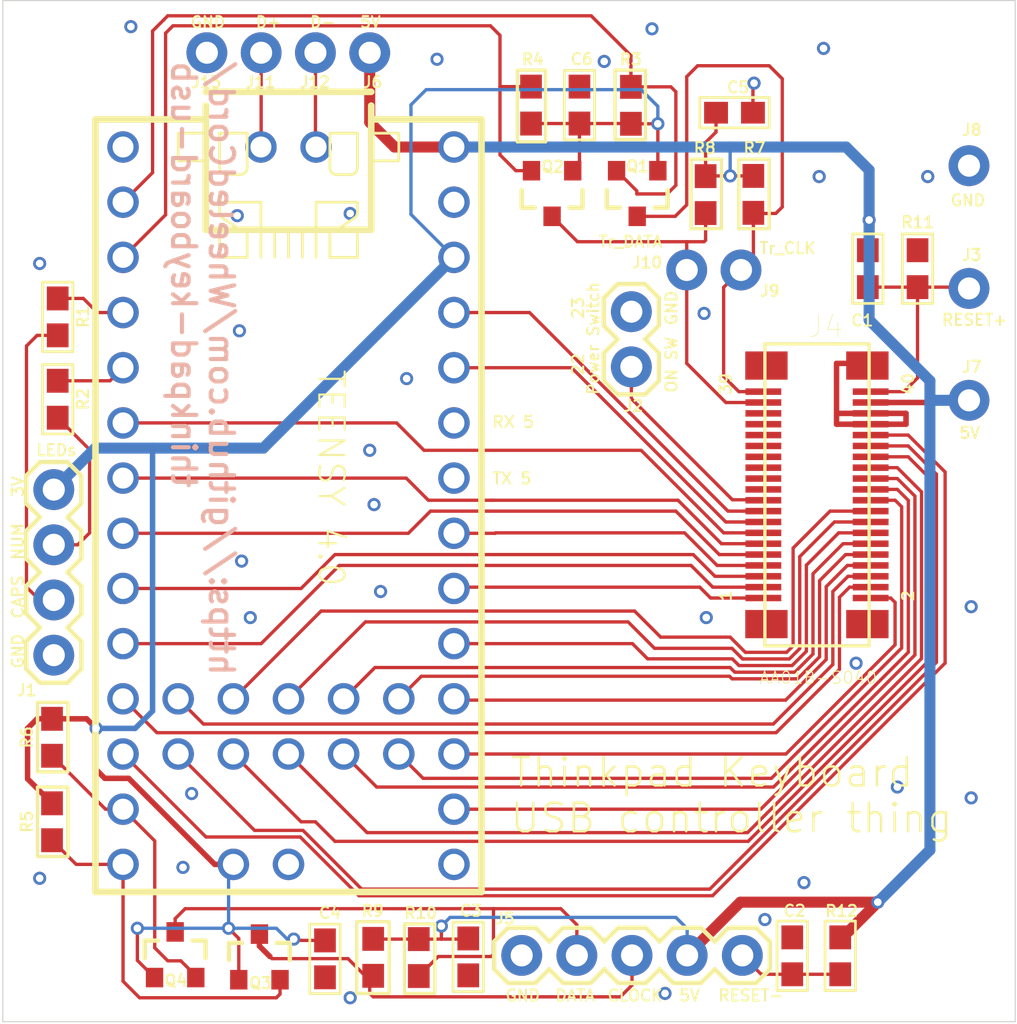
<source format=kicad_pcb>
(kicad_pcb (version 20241229) (generator "pcbnew") (generator_version "9.0")
  (layers (0 "F.Cu" signal) (2 "B.Cu" signal) (13 "F.Paste" user) (15 "B.Paste" user) (5 "F.SilkS" user "F.Silkscreen") (7 "B.SilkS" user "B.Silkscreen") (1 "F.Mask" user) (3 "B.Mask" user) (25 "Edge.Cuts" user))
  (net 0 "")
  (net 1 "TP_CLK")
  (net 2 "TP_DATA")
  (net 3 "5V")
  (net 4 "3V")
  (net 5 "GND")
  (net 6 "PAD_CLOCK")
  (net 7 "PAD_DATA")
  (net 8 "12")
  (net 9 "11")
  (net 10 "1")
  (net 11 "0")
  (net 12 "D-")
  (net 13 "D+")
  (net 14 "6")
  (net 15 "14")
  (net 16 "RESET-")
  (net 17 "RESET+")
  (net 18 "NUM_LOCK")
  (net 19 "CAPS_LOCK")
  (net 20 "ON")
  (net 21 "2")
  (net 22 "3")
  (net 23 "4")
  (net 24 "5")
  (net 25 "7")
  (net 26 "8")
  (net 27 "9")
  (net 28 "10")
  (net 29 "13")
  (net 30 "15")
  (net 31 "16")
  (net 32 "17")
  (net 33 "18")
  (net 34 "19")
  (net 35 "20")
  (net 36 "21")
  (net 37 "22")
  (net 38 "23")
  (net 39 "24")
  (net 40 "25")
  (net 41 "26")
  (net 42 "27")
  (net 43 "28")
  (net 44 "29")
  (net 45 "30")
  (net 46 "31")
  (net 47 "32")
  (net 48 "33")
  (footprint "T61:1X01_NO_SILK_513" (layer "F.Cu") (at 159.1861 93.9036)
    (property "Reference" "J9")
    (property "Value" "TP_CLK")
  )
  (footprint "T61:SOT23-3_514" (layer "F.Cu") (at 133.1261 125.4736)
    (property "Reference" "Q4")
    (property "Value" "220mA/50V/3.5Ω")
  )
  (footprint "T61:dummyfp2" (layer "F.Cu") (at 169.1861 84.5036)
    (property "Reference" "UNK_HOLE_2" (hide yes))
    (property "Value" "")
  )
  (footprint "T61:SOT23-3_514" (layer "F.Cu") (at 150.4861 90.3336 180)
    (property "Reference" "Q2")
    (property "Value" "220mA/50V/3.5Ω")
  )
  (footprint "T61:1X01_NO_SILK_513" (layer "F.Cu") (at 169.6861 94.7536)
    (property "Reference" "J3")
    (property "Value" "RESET+")
  )
  (footprint "T61:1X01_NO_SILK_513" (layer "F.Cu") (at 134.5861 83.9036)
    (property "Reference" "J13")
    (property "Value" "GND")
  )
  (footprint "T61:0603_532" (layer "F.Cu") (at 154.1161 86.3236 -90)
    (property "Reference" "R3")
    (property "Value" "4.7k")
  )
  (footprint "T61:0603_RESISTOR" (layer "F.Cu") (at 163.7561 125.4736 90)
    (property "Reference" "R12")
    (property "Value" "17K")
  )
  (footprint "T61:dummyfp1" (layer "F.Cu") (at 169.1861 125.5036)
    (property "Reference" "UNK_HOLE_1" (hide yes))
    (property "Value" "")
  )
  (footprint "T61:0603_532" (layer "F.Cu") (at 159.7561 90.4236 90)
    (property "Reference" "R7")
    (property "Value" "4.7k")
  )
  (footprint "T61:1X01_NO_SILK_513" (layer "F.Cu") (at 137.0861 83.9036)
    (property "Reference" "J11")
    (property "Value" "D+")
  )
  (footprint "T61:WM6787_AA01B" (layer "F.Cu") (at 162.7861 104.3036 90)
    (property "Reference" "J4")
    (property "Value" "AA01B-S040")
  )
  (footprint "T61:0603_532" (layer "F.Cu") (at 157.5561 90.4336 90)
    (property "Reference" "R8")
    (property "Value" "4.7k")
  )
  (footprint "T61:0603_CAP" (layer "F.Cu") (at 140.0261 125.6136 -90)
    (property "Reference" "C4" (hide yes))
    (property "Value" "0.1uf" (hide yes))
  )
  (footprint "T61:dummyfp3" (layer "F.Cu") (at 128.1861 84.5036)
    (property "Reference" "UNK_HOLE_3" (hide yes))
    (property "Value" "")
  )
  (footprint "T61:0603" (layer "F.Cu") (at 127.7161 96.0636 -90)
    (property "Reference" "R1")
    (property "Value" "715")
  )
  (footprint "T61:1X01_NO_SILK_513" (layer "F.Cu") (at 156.6861 93.9036)
    (property "Reference" "J10")
    (property "Value" "TP_DATA")
  )
  (footprint "T61:1X05_513" (layer "F.Cu") (at 149.0861 125.4536)
    (property "Reference" "J5")
    (property "Value" "Touchpad_Signals" (hide yes))
  )
  (footprint "T61:1X02_513" (layer "F.Cu") (at 154.1361 95.8236 -90)
    (property "Reference" "J2")
    (property "Value" "Power Switch")
  )
  (footprint "T61:0603_CAP" (layer "F.Cu") (at 161.5461 125.4736 90)
    (property "Reference" "C2" (hide yes))
    (property "Value" "2.2UF" (hide yes))
  )
  (footprint "T61:1X01_NO_SILK_513" (layer "F.Cu") (at 169.6861 89.1036)
    (property "Reference" "J8")
    (property "Value" "GND")
  )
  (footprint "T61:1X01_NO_SILK_513" (layer "F.Cu") (at 169.6861 99.9036)
    (property "Reference" "J7")
    (property "Value" "5V")
  )
  (footprint "T61:0603_CAP" (layer "F.Cu") (at 151.7461 86.3136 90)
    (property "Reference" "C6" (hide yes))
    (property "Value" "0.1uf" (hide yes))
  )
  (footprint "T61:0603_RESISTOR" (layer "F.Cu") (at 167.3161 93.8436 -90)
    (property "Reference" "R11")
    (property "Value" "100K")
  )
  (footprint "T61:dummyfp0" (layer "F.Cu") (at 128.1861 125.5036)
    (property "Reference" "UNK_HOLE_0" (hide yes))
    (property "Value" "")
  )
  (footprint "T61:TEENSY4P0" (layer "F.Cu") (at 138.3461 103.4836 -90)
    (property "Reference" "U1" (hide yes))
    (property "Value" "TEENSY4P0" (hide yes))
  )
  (footprint "T61:1X04_513" (layer "F.Cu") (at 127.5361 111.6336 90)
    (property "Reference" "J1")
    (property "Value" "LEDs")
  )
  (footprint "T61:0603_532" (layer "F.Cu") (at 127.4561 119.3036 90)
    (property "Reference" "R5")
    (property "Value" "4.7k")
  )
  (footprint "T61:0603_CAP" (layer "F.Cu") (at 165.0261 93.8436 -90)
    (property "Reference" "C1" (hide yes))
    (property "Value" "2.2UF" (hide yes))
  )
  (footprint "T61:0603_532" (layer "F.Cu") (at 149.5161 86.3136 -90)
    (property "Reference" "R4")
    (property "Value" "4.7k")
  )
  (footprint "T61:SOT23-3_514" (layer "F.Cu") (at 154.4061 90.3336 180)
    (property "Reference" "Q1")
    (property "Value" "220mA/50V/3.5Ω")
  )
  (footprint "T61:0603_CAP" (layer "F.Cu") (at 146.6261 125.5236 -90)
    (property "Reference" "C3" (hide yes))
    (property "Value" "0.1uf" (hide yes))
  )
  (footprint "T61:0603_532" (layer "F.Cu") (at 144.3461 125.5536 90)
    (property "Reference" "R10")
    (property "Value" "4.7k")
  )
  (footprint "T61:0603_532" (layer "F.Cu") (at 127.4561 115.4136 90)
    (property "Reference" "R6")
    (property "Value" "4.7k")
  )
  (footprint "T61:SOT23-3_514" (layer "F.Cu") (at 137.0061 125.5736)
    (property "Reference" "Q3")
    (property "Value" "220mA/50V/3.5Ω")
  )
  (footprint "T61:1X01_NO_SILK_513" (layer "F.Cu") (at 139.5861 83.9036)
    (property "Reference" "J12")
    (property "Value" "D-")
  )
  (footprint "T61:0603" (layer "F.Cu") (at 127.7161 99.8536 -90)
    (property "Reference" "R2")
    (property "Value" "715")
  )
  (footprint "T61:0603_CAP" (layer "F.Cu") (at 158.8861 86.6636)
    (property "Reference" "C5" (hide yes))
    (property "Value" "0.1uf" (hide yes))
  )
  (footprint "T61:1X01_NO_SILK_513" (layer "F.Cu") (at 142.0861 83.9036)
    (property "Reference" "J6")
    (property "Value" "5V")
  )
  (footprint "T61:0603_532" (layer "F.Cu") (at 142.2461 125.5436 90)
    (property "Reference" "R9")
    (property "Value" "4.7k")
  )
  (gr_line (start 148.8861 88.0036) (end 150.1861 88.0036) (stroke (width 0.1524)) (layer "F.SilkS"))
  (gr_line (start 150.1861 84.7036) (end 148.8861 84.7036) (stroke (width 0.1524)) (layer "F.SilkS"))
  (gr_line (start 160.2861 97.3036) (end 165.0861 97.3036) (stroke (width 0.1524)) (layer "F.SilkS"))
  (gr_line (start 156.8861 88.8036) (end 158.2861 88.8036) (stroke (width 0.1524)) (layer "F.SilkS"))
  (gr_line (start 128.1861 117.0036) (end 126.7861 117.0036) (stroke (width 0.1524)) (layer "F.SilkS"))
  (gr_line (start 159.0861 92.0036) (end 159.0861 88.8036) (stroke (width 0.1524)) (layer "F.SilkS"))
  (gr_line (start 126.7861 117.7036) (end 128.1861 117.7036) (stroke (width 0.1524)) (layer "F.SilkS"))
  (gr_line (start 158.2861 92.0036) (end 156.8861 92.0036) (stroke (width 0.1524)) (layer "F.SilkS"))
  (gr_line (start 160.2861 111.2036) (end 160.2861 97.3036) (stroke (width 0.1524)) (layer "F.SilkS"))
  (gr_line (start 160.4861 88.8036) (end 160.4861 92.0036) (stroke (width 0.1524)) (layer "F.SilkS"))
  (gr_line (start 145.0861 124.0036) (end 145.0861 127.2036) (stroke (width 0.1524)) (layer "F.SilkS"))
  (gr_line (start 156.8861 92.0036) (end 156.8861 88.8036) (stroke (width 0.1524)) (layer "F.SilkS"))
  (gr_line (start 141.4861 123.9036) (end 142.9861 123.9036) (stroke (width 0.1524)) (layer "F.SilkS"))
  (gr_line (start 160.4861 92.0036) (end 159.0861 92.0036) (stroke (width 0.1524)) (layer "F.SilkS"))
  (gr_line (start 126.7861 120.9036) (end 126.7861 117.7036) (stroke (width 0.1524)) (layer "F.SilkS"))
  (gr_line (start 128.1861 120.9036) (end 126.7861 120.9036) (stroke (width 0.1524)) (layer "F.SilkS"))
  (gr_line (start 143.6861 124.0036) (end 145.0861 124.0036) (stroke (width 0.1524)) (layer "F.SilkS"))
  (gr_line (start 150.1861 88.0036) (end 150.1861 84.7036) (stroke (width 0.1524)) (layer "F.SilkS"))
  (gr_line (start 154.7861 84.7036) (end 154.7861 87.9036) (stroke (width 0.1524)) (layer "F.SilkS"))
  (gr_line (start 158.2861 88.8036) (end 158.2861 92.0036) (stroke (width 0.1524)) (layer "F.SilkS"))
  (gr_line (start 148.8861 84.7036) (end 148.8861 88.0036) (stroke (width 0.1524)) (layer "F.SilkS"))
  (gr_line (start 126.7861 117.0036) (end 126.7861 113.8036) (stroke (width 0.1524)) (layer "F.SilkS"))
  (gr_line (start 128.1861 113.8036) (end 128.1861 117.0036) (stroke (width 0.1524)) (layer "F.SilkS"))
  (gr_line (start 128.1861 117.7036) (end 128.1861 120.9036) (stroke (width 0.1524)) (layer "F.SilkS"))
  (gr_line (start 143.6861 127.2036) (end 143.6861 124.0036) (stroke (width 0.1524)) (layer "F.SilkS"))
  (gr_line (start 159.0861 88.8036) (end 160.4861 88.8036) (stroke (width 0.1524)) (layer "F.SilkS"))
  (gr_line (start 154.7861 87.9036) (end 153.3861 87.9036) (stroke (width 0.1524)) (layer "F.SilkS"))
  (gr_line (start 153.3861 84.7036) (end 154.7861 84.7036) (stroke (width 0.1524)) (layer "F.SilkS"))
  (gr_line (start 126.7861 113.8036) (end 128.1861 113.8036) (stroke (width 0.1524)) (layer "F.SilkS"))
  (gr_line (start 165.0861 111.2036) (end 160.2861 111.2036) (stroke (width 0.1524)) (layer "F.SilkS"))
  (gr_line (start 142.9861 123.9036) (end 142.9861 127.2036) (stroke (width 0.1524)) (layer "F.SilkS"))
  (gr_line (start 165.0861 97.3036) (end 165.0861 111.2036) (stroke (width 0.1524)) (layer "F.SilkS"))
  (gr_line (start 153.3861 87.9036) (end 153.3861 84.7036) (stroke (width 0.1524)) (layer "F.SilkS"))
  (gr_line (start 142.9861 127.2036) (end 141.4861 127.2036) (stroke (width 0.1524)) (layer "F.SilkS"))
  (gr_line (start 145.0861 127.2036) (end 143.6861 127.2036) (stroke (width 0.1524)) (layer "F.SilkS"))
  (gr_line (start 141.4861 127.2036) (end 141.4861 123.9036) (stroke (width 0.1524)) (layer "F.SilkS"))
  (gr_line (start 171.8161 81.5036) (end 125.1861 81.5036) (stroke (width 0.05)) (layer "Edge.Cuts"))
  (gr_line (start 125.1861 81.5036) (end 125.1861 128.5036) (stroke (width 0.05)) (layer "Edge.Cuts"))
  (gr_line (start 171.8161 128.5036) (end 171.8161 81.5036) (stroke (width 0.05)) (layer "Edge.Cuts"))
  (gr_line (start 125.1861 128.5036) (end 171.8161 128.5036) (stroke (width 0.05)) (layer "Edge.Cuts"))
  (gr_text "D-" (at 139.2861 82.8036 0) (layer "F.SilkS") (effects (font (size 0.51816 0.51816) (thickness 0.09144)) (justify left bottom)))
  (gr_text "23" (at 151.9861 96.2036 90) (layer "F.SilkS") (effects (font (size 0.51816 0.51816) (thickness 0.09144)) (justify left bottom)))
  (gr_text "C6" (at 151.2861 84.5036 0) (layer "F.SilkS") (effects (font (size 0.51816 0.51816) (thickness 0.09144)) (justify left bottom)))
  (gr_text "Power Switch" (at 152.6861 99.7036 90) (layer "F.SilkS") (effects (font (size 0.51816 0.51816) (thickness 0.09144)) (justify left bottom)))
  (gr_text "GND" (at 168.7861 91.0036 0) (layer "F.SilkS") (effects (font (size 0.51816 0.51816) (thickness 0.09144)) (justify left bottom)))
  (gr_text "5V" (at 169.1861 101.7036 0) (layer "F.SilkS") (effects (font (size 0.51816 0.51816) (thickness 0.09144)) (justify left bottom)))
  (gr_text "RX 5" (at 147.6861 101.2036 0) (layer "F.SilkS") (effects (font (size 0.51816 0.51816) (thickness 0.09144)) (justify left bottom)))
  (gr_text "GND" (at 148.2861 127.6036 0) (layer "F.SilkS") (effects (font (size 0.51816 0.51816) (thickness 0.09144)) (justify left bottom)))
  (gr_text "C5" (at 158.4861 85.8036 0) (layer "F.SilkS") (effects (font (size 0.51816 0.51816) (thickness 0.09144)) (justify left bottom)))
  (gr_text "GND" (at 156.2861 96.5036 90) (layer "F.SilkS") (effects (font (size 0.51816 0.51816) (thickness 0.09144)) (justify left bottom)))
  (gr_text "5V" (at 156.2861 127.6036 0) (layer "F.SilkS") (effects (font (size 0.51816 0.51816) (thickness 0.09144)) (justify left bottom)))
  (gr_text "22" (at 151.9861 98.8036 90) (layer "F.SilkS") (effects (font (size 0.51816 0.51816) (thickness 0.09144)) (justify left bottom)))
  (gr_text "GND" (at 126.1861 112.3036 90) (layer "F.SilkS") (effects (font (size 0.51816 0.51816) (thickness 0.09144)) (justify left bottom)))
  (gr_text "Tr_DATA" (at 152.5861 92.9036 0) (layer "F.SilkS") (effects (font (size 0.51816 0.51816) (thickness 0.09144)) (justify left bottom)))
  (gr_text "TX 5" (at 147.6861 103.8036 0) (layer "F.SilkS") (effects (font (size 0.51816 0.51816) (thickness 0.09144)) (justify left bottom)))
  (gr_text "NUM" (at 126.1861 107.3036 90) (layer "F.SilkS") (effects (font (size 0.51816 0.51816) (thickness 0.09144)) (justify left bottom)))
  (gr_text "C1" (at 164.203766 96.530802 0) (layer "F.SilkS") (effects (font (size 0.51816 0.51816) (thickness 0.09144)) (justify left bottom)))
  (gr_text "LEDs" (at 126.6861 102.5036 0) (layer "F.SilkS") (effects (font (size 0.51816 0.51816) (thickness 0.09144)) (justify left bottom)))
  (gr_text "D+" (at 136.7861 82.8036 0) (layer "F.SilkS") (effects (font (size 0.51816 0.51816) (thickness 0.09144)) (justify left bottom)))
  (gr_text "AA01B-S040" (at 160 113 0) (layer "F.SilkS") (effects (font (size 0.560832 0.560832) (thickness 0.048768)) (justify left bottom)))
  (gr_text "Thinkpad Keyboard\nUSB controller thing" (at 148.4861 119.9036 0) (layer "F.SilkS") (effects (font (size 1.308608 1.308608) (thickness 0.113792)) (justify left bottom)))
  (gr_text "Tr_CLK" (at 159.9861 93.2036 0) (layer "F.SilkS") (effects (font (size 0.51816 0.51816) (thickness 0.09144)) (justify left bottom)))
  (gr_text "3V" (at 126.1861 104.4036 90) (layer "F.SilkS") (effects (font (size 0.51816 0.51816) (thickness 0.09144)) (justify left bottom)))
  (gr_text "CLOCK" (at 152.9861 127.6036 0) (layer "F.SilkS") (effects (font (size 0.51816 0.51816) (thickness 0.09144)) (justify left bottom)))
  (gr_text "CAPS" (at 126.1861 110.0036 90) (layer "F.SilkS") (effects (font (size 0.51816 0.51816) (thickness 0.09144)) (justify left bottom)))
  (gr_text "C3" (at 146.1861 123.7036 0) (layer "F.SilkS") (effects (font (size 0.51816 0.51816) (thickness 0.09144)) (justify left bottom)))
  (gr_text "C2" (at 161.0861 123.7036 0) (layer "F.SilkS") (effects (font (size 0.51816 0.51816) (thickness 0.09144)) (justify left bottom)))
  (gr_text "RESET-" (at 158.0861 127.6036 0) (layer "F.SilkS") (effects (font (size 0.51816 0.51816) (thickness 0.09144)) (justify left bottom)))
  (gr_text "DATA" (at 150.5861 127.6036 0) (layer "F.SilkS") (effects (font (size 0.51816 0.51816) (thickness 0.09144)) (justify left bottom)))
  (gr_text "RESET+" (at 168.3861 96.5036 0) (layer "F.SilkS") (effects (font (size 0.51816 0.51816) (thickness 0.09144)) (justify left bottom)))
  (gr_text "5V" (at 141.5861 82.8036 0) (layer "F.SilkS") (effects (font (size 0.51816 0.51816) (thickness 0.09144)) (justify left bottom)))
  (gr_text "C4" (at 139.6861 123.8036 0) (layer "F.SilkS") (effects (font (size 0.51816 0.51816) (thickness 0.09144)) (justify left bottom)))
  (gr_text "ON SW" (at 156.2861 99.6036 90) (layer "F.SilkS") (effects (font (size 0.51816 0.51816) (thickness 0.09144)) (justify left bottom)))
  (gr_text "GND" (at 133.7861 82.8036 0) (layer "F.SilkS") (effects (font (size 0.51816 0.51816) (thickness 0.09144)) (justify left bottom)))
  (gr_text "https://github.com/WheeledCord/\nthinkpad-keyboard-usb" (at 135.8861 84.2036 270) (layer "B.SilkS") (effects (font (size 1.0795 1.0795) (thickness 0.1905)) (justify right top mirror)))
  (segment (start 159.1861 93.9036) (end 158.3861 94.7036) (width 0.1524) (layer "F.Cu") (net 1))
  (segment (start 156.6861 90.9036) (end 156.6861 85.0036) (width 0.1524) (layer "F.Cu") (net 1))
  (segment (start 158.3861 94.7036) (end 158.3861 98.8036) (width 0.1524) (layer "F.Cu") (net 1))
  (segment (start 161.0861 91.0036) (end 161.0861 85.1036) (width 0.1524) (layer "F.Cu") (net 1))
  (segment (start 159.7561 91.2736) (end 159.7561 93.3336) (width 0.1524) (layer "F.Cu") (net 1))
  (segment (start 161.0861 85.1036) (end 160.4861 84.5036) (width 0.1524) (layer "F.Cu") (net 1))
  (segment (start 156.6861 85.0036) (end 157.1861 84.5036) (width 0.1524) (layer "F.Cu") (net 1))
  (segment (start 161.0861 91.0036) (end 160.7861 91.3036) (width 0.1524) (layer "F.Cu") (net 1))
  (segment (start 156.1561 91.4336) (end 156.6861 90.9036) (width 0.1524) (layer "F.Cu") (net 1))
  (segment (start 154.4061 91.4336) (end 156.1561 91.4336) (width 0.1524) (layer "F.Cu") (net 1))
  (segment (start 160.2161 99.5036) (end 159.0861 99.5036) (width 0.1524) (layer "F.Cu") (net 1))
  (segment (start 160.7861 91.3036) (end 159.7861 91.3036) (width 0.1524) (layer "F.Cu") (net 1))
  (segment (start 158.3861 98.8036) (end 159.0861 99.5036) (width 0.1524) (layer "F.Cu") (net 1))
  (segment (start 157.1861 84.5036) (end 160.4861 84.5036) (width 0.1524) (layer "F.Cu") (net 1))
  (segment (start 159.7861 91.3036) (end 159.7561 91.2736) (width 0.1524) (layer "F.Cu") (net 1))
  (segment (start 159.7561 93.3336) (end 159.1861 93.9036) (width 0.1524) (layer "F.Cu") (net 1))
  (segment (start 158.4861 100.0036) (end 160.2161 100.0036) (width 0.1524) (layer "F.Cu") (net 2))
  (segment (start 151.6561 92.6036) (end 156.6861 92.6036) (width 0.1524) (layer "F.Cu") (net 2))
  (segment (start 157.5561 92.5336) (end 157.5561 91.2836) (width 0.1524) (layer "F.Cu") (net 2))
  (segment (start 157.4861 92.6036) (end 157.5561 92.5336) (width 0.1524) (layer "F.Cu") (net 2))
  (segment (start 156.6861 93.9036) (end 156.6861 98.2036) (width 0.1524) (layer "F.Cu") (net 2))
  (segment (start 156.6861 93.9036) (end 156.6861 92.6036) (width 0.1524) (layer "F.Cu") (net 2))
  (segment (start 150.4861 91.4336) (end 151.6561 92.6036) (width 0.1524) (layer "F.Cu") (net 2))
  (segment (start 156.6861 98.2036) (end 158.4861 100.0036) (width 0.1524) (layer "F.Cu") (net 2))
  (segment (start 156.6861 92.6036) (end 157.4861 92.6036) (width 0.1524) (layer "F.Cu") (net 2))
  (segment (start 145.3861 124.7036) (end 144.3461 124.7036) (width 0.1524) (layer "F.Cu") (net 3))
  (segment (start 169.5861 100.0036) (end 169.6861 99.9036) (width 0.254) (layer "F.Cu") (net 3))
  (segment (start 144.3461 124.7036) (end 142.2561 124.7036) (width 0.1524) (layer "F.Cu") (net 3))
  (segment (start 158.6861 89.5736) (end 157.5661 89.5736) (width 0.1524) (layer "F.Cu") (net 3))
  (segment (start 146.6261 124.6736) (end 146.5961 124.7036) (width 0.1524) (layer "F.Cu") (net 3))
  (segment (start 159.7561 89.5736) (end 158.6861 89.5736) (width 0.1524) (layer "F.Cu") (net 3))
  (segment (start 145.9661 88.2436) (end 143.2261 88.2436) (width 0.508) (layer "F.Cu") (net 3))
  (segment (start 142.2561 124.7036) (end 142.2461 124.6936) (width 0.1524) (layer "F.Cu") (net 3))
  (segment (start 157.5561 89.5836) (end 157.5561 88.0336) (width 0.1524) (layer "F.Cu") (net 3))
  (segment (start 159.1561 123.0036) (end 156.7061 125.4536) (width 0.508) (layer "F.Cu") (net 3))
  (segment (start 165.4861 123.0036) (end 159.1561 123.0036) (width 0.508) (layer "F.Cu") (net 3))
  (segment (start 157.5561 88.0336) (end 158.0361 87.5536) (width 0.1524) (layer "F.Cu") (net 3))
  (segment (start 157.5661 89.5736) (end 157.5561 89.5836) (width 0.1524) (layer "F.Cu") (net 3))
  (segment (start 165.4861 123.0036) (end 163.8661 124.6236) (width 0.508) (layer "F.Cu") (net 3))
  (segment (start 163.7861 124.6236) (end 163.7561 124.6236) (width 0.1524) (layer "F.Cu") (net 3))
  (segment (start 165.0861 91.6036) (end 165.0861 92.9336) (width 0.508) (layer "F.Cu") (net 3))
  (segment (start 145.3861 124.7036) (end 145.3861 124.1036) (width 0.1524) (layer "F.Cu") (net 3))
  (segment (start 142.0861 87.1036) (end 142.0861 83.9036) (width 0.508) (layer "F.Cu") (net 3))
  (segment (start 158.0361 87.5536) (end 158.0361 86.6636) (width 0.1524) (layer "F.Cu") (net 3))
  (segment (start 143.2261 88.2436) (end 142.0861 87.1036) (width 0.508) (layer "F.Cu") (net 3))
  (segment (start 165.1561 100.0036) (end 169.5861 100.0036) (width 0.254) (layer "F.Cu") (net 3))
  (segment (start 163.8661 124.6236) (end 163.7861 124.6236) (width 0.254) (layer "F.Cu") (net 3))
  (segment (start 165.0861 92.9336) (end 165.0261 92.9936) (width 0.254) (layer "F.Cu") (net 3))
  (segment (start 146.5961 124.7036) (end 145.3861 124.7036) (width 0.1524) (layer "F.Cu") (net 3))
  (via (at 165.4861 123.0036) (size 0.604) (drill 0.35) (layers "F.Cu" "B.Cu") (net 3))
  (via (at 165.0861 91.6036) (size 0.604) (drill 0.35) (layers "F.Cu" "B.Cu") (net 3))
  (via (at 158.6861 89.5736) (size 0.604) (drill 0.35) (layers "F.Cu" "B.Cu") (net 3))
  (via (at 145.3861 124.1036) (size 0.604) (drill 0.35) (layers "F.Cu" "B.Cu") (net 3))
  (segment (start 145.9661 88.2436) (end 158.6861 88.2436) (width 0.508) (layer "B.Cu") (net 3))
  (segment (start 167.8861 100.0036) (end 167.8861 99.0036) (width 0.508) (layer "B.Cu") (net 3))
  (segment (start 167.9861 99.9036) (end 167.8861 100.0036) (width 0.508) (layer "B.Cu") (net 3))
  (segment (start 158.6861 88.2436) (end 164.0261 88.2436) (width 0.508) (layer "B.Cu") (net 3))
  (segment (start 156.7061 124.2236) (end 156.7061 125.4536) (width 0.1524) (layer "B.Cu") (net 3))
  (segment (start 156.1861 123.7036) (end 156.7061 124.2236) (width 0.1524) (layer "B.Cu") (net 3))
  (segment (start 165.0861 89.3036) (end 164.0261 88.2436) (width 0.508) (layer "B.Cu") (net 3))
  (segment (start 165.0861 96.2036) (end 165.0861 91.6036) (width 0.508) (layer "B.Cu") (net 3))
  (segment (start 167.8861 100.0036) (end 167.8861 120.6036) (width 0.508) (layer "B.Cu") (net 3))
  (segment (start 167.8861 120.6036) (end 165.4861 123.0036) (width 0.508) (layer "B.Cu") (net 3))
  (segment (start 145.7861 123.7036) (end 156.1861 123.7036) (width 0.1524) (layer "B.Cu") (net 3))
  (segment (start 169.6861 99.9036) (end 167.9861 99.9036) (width 0.508) (layer "B.Cu") (net 3))
  (segment (start 158.6861 89.5736) (end 158.6861 88.2436) (width 0.1524) (layer "B.Cu") (net 3))
  (segment (start 145.3861 124.1036) (end 145.7861 123.7036) (width 0.1524) (layer "B.Cu") (net 3))
  (segment (start 167.8861 99.0036) (end 165.0861 96.2036) (width 0.508) (layer "B.Cu") (net 3))
  (segment (start 165.0861 91.6036) (end 165.0861 89.3036) (width 0.508) (layer "B.Cu") (net 3))
  (segment (start 135.8061 121.2636) (end 134.9461 121.2636) (width 0.254) (layer "F.Cu") (net 4))
  (segment (start 127.4561 118.4536) (end 126.3291 117.3266) (width 0.254) (layer "F.Cu") (net 4))
  (segment (start 140.0261 124.7636) (end 139.3861 124.7636) (width 0.1524) (layer "F.Cu") (net 4))
  (segment (start 129.8861 117.3036) (end 129.4361 116.8536) (width 0.254) (layer "F.Cu") (net 4))
  (segment (start 151.7461 89.0236) (end 151.7461 87.1636) (width 0.1524) (layer "F.Cu") (net 4))
  (segment (start 154.1161 87.1736) (end 155.3561 87.1736) (width 0.1524) (layer "F.Cu") (net 4))
  (segment (start 151.4361 89.3336) (end 151.7461 89.0236) (width 0.1524) (layer "F.Cu") (net 4))
  (segment (start 151.7461 87.1636) (end 154.1061 87.1636) (width 0.1524) (layer "F.Cu") (net 4))
  (segment (start 134.9461 121.2636) (end 130.9861 117.3036) (width 0.254) (layer "F.Cu") (net 4))
  (segment (start 138.6461 124.7636) (end 138.5861 124.7036) (width 0.1524) (layer "F.Cu") (net 4))
  (segment (start 155.3561 89.3336) (end 155.3561 87.1736) (width 0.1524) (layer "F.Cu") (net 4))
  (segment (start 139.3861 124.7636) (end 139.3261 124.7636) (width 0.1524) (layer "F.Cu") (net 4))
  (segment (start 129.0461 114.5636) (end 129.4361 114.9536) (width 0.254) (layer "F.Cu") (net 4))
  (segment (start 127.4561 114.5636) (end 129.0461 114.5636) (width 0.254) (layer "F.Cu") (net 4))
  (segment (start 129.4361 116.8536) (end 129.4361 114.9536) (width 0.254) (layer "F.Cu") (net 4))
  (segment (start 131.3861 125.6836) (end 131.3861 124.2036) (width 0.1524) (layer "F.Cu") (net 4))
  (segment (start 126.7691 114.5636) (end 127.4561 114.5636) (width 0.254) (layer "F.Cu") (net 4))
  (segment (start 126.3291 115.0036) (end 126.7691 114.5636) (width 0.254) (layer "F.Cu") (net 4))
  (segment (start 130.9861 117.3036) (end 129.8861 117.3036) (width 0.254) (layer "F.Cu") (net 4))
  (segment (start 149.5161 87.1636) (end 151.7461 87.1636) (width 0.1524) (layer "F.Cu") (net 4))
  (segment (start 132.1761 126.4736) (end 131.3861 125.6836) (width 0.1524) (layer "F.Cu") (net 4))
  (segment (start 136.0561 126.5736) (end 136.0561 124.6736) (width 0.1524) (layer "F.Cu") (net 4))
  (segment (start 126.3291 117.3266) (end 126.3291 115.0036) (width 0.254) (layer "F.Cu") (net 4))
  (segment (start 129.4361 114.9536) (end 129.4861 115.0036) (width 0.254) (layer "F.Cu") (net 4))
  (segment (start 154.1061 87.1636) (end 154.1161 87.1736) (width 0.1524) (layer "F.Cu") (net 4))
  (segment (start 139.3261 124.7636) (end 138.6461 124.7636) (width 0.1524) (layer "F.Cu") (net 4))
  (segment (start 136.0561 124.6736) (end 135.5861 124.2036) (width 0.1524) (layer "F.Cu") (net 4))
  (via (at 135.5861 124.2036) (size 0.604) (drill 0.35) (layers "F.Cu" "B.Cu") (net 4))
  (via (at 129.4861 115.0036) (size 0.604) (drill 0.35) (layers "F.Cu" "B.Cu") (net 4))
  (via (at 138.5861 124.7036) (size 0.604) (drill 0.35) (layers "F.Cu" "B.Cu") (net 4))
  (via (at 131.3861 124.2036) (size 0.604) (drill 0.35) (layers "F.Cu" "B.Cu") (net 4))
  (via (at 155.3561 87.1736) (size 0.604) (drill 0.35) (layers "F.Cu" "B.Cu") (net 4))
  (segment (start 129.4861 115.0036) (end 131.2861 115.0036) (width 0.254) (layer "B.Cu") (net 4))
  (segment (start 154.5861 85.6036) (end 144.6861 85.6036) (width 0.1524) (layer "B.Cu") (net 4))
  (segment (start 131.3861 124.2036) (end 135.5861 124.2036) (width 0.1524) (layer "B.Cu") (net 4))
  (segment (start 143.9861 91.3436) (end 145.9661 93.3236) (width 0.1524) (layer "B.Cu") (net 4))
  (segment (start 143.9861 86.3036) (end 143.9861 91.3436) (width 0.1524) (layer "B.Cu") (net 4))
  (segment (start 137.7861 124.2036) (end 135.5861 124.2036) (width 0.1524) (layer "B.Cu") (net 4))
  (segment (start 135.5861 124.2036) (end 135.5861 121.4836) (width 0.1524) (layer "B.Cu") (net 4))
  (segment (start 145.9661 93.3236) (end 137.1861 102.1036) (width 0.508) (layer "B.Cu") (net 4))
  (segment (start 129.4461 102.1036) (end 127.5361 104.0136) (width 0.508) (layer "B.Cu") (net 4))
  (segment (start 138.5861 124.7036) (end 138.2861 124.7036) (width 0.1524) (layer "B.Cu") (net 4))
  (segment (start 131.2861 115.0036) (end 132.0861 114.2036) (width 0.254) (layer "B.Cu") (net 4))
  (segment (start 132.0861 114.2036) (end 132.0861 102.1036) (width 0.254) (layer "B.Cu") (net 4))
  (segment (start 155.3561 86.3736) (end 154.5861 85.6036) (width 0.1524) (layer "B.Cu") (net 4))
  (segment (start 138.2861 124.7036) (end 137.7861 124.2036) (width 0.1524) (layer "B.Cu") (net 4))
  (segment (start 155.3561 87.1736) (end 155.3561 86.3736) (width 0.1524) (layer "B.Cu") (net 4))
  (segment (start 144.6861 85.6036) (end 143.9861 86.3036) (width 0.1524) (layer "B.Cu") (net 4))
  (segment (start 135.5861 121.4836) (end 135.8061 121.2636) (width 0.1524) (layer "B.Cu") (net 4))
  (segment (start 132.0861 102.1036) (end 129.4461 102.1036) (width 0.508) (layer "B.Cu") (net 4))
  (segment (start 137.1861 102.1036) (end 132.0861 102.1036) (width 0.508) (layer "B.Cu") (net 4))
  (segment (start 163.5861 100.5036) (end 163.5861 98.2036) (width 0.254) (layer "F.Cu") (net 5))
  (segment (start 165.1561 100.5036) (end 163.5861 100.5036) (width 0.254) (layer "F.Cu") (net 5))
  (segment (start 166.7861 100.5036) (end 166.7861 101.0036) (width 0.254) (layer "F.Cu") (net 5))
  (segment (start 165.1561 101.0036) (end 163.5861 101.0036) (width 0.254) (layer "F.Cu") (net 5))
  (segment (start 166.7861 101.0036) (end 165.1561 101.0036) (width 0.254) (layer "F.Cu") (net 5))
  (segment (start 165.1561 100.5036) (end 166.7861 100.5036) (width 0.254) (layer "F.Cu") (net 5))
  (segment (start 163.5861 98.2036) (end 165.2261 98.2036) (width 0.254) (layer "F.Cu") (net 5))
  (segment (start 159.7361 86.6636) (end 159.7361 85.3036) (width 0.1524) (layer "F.Cu") (net 5))
  (segment (start 163.5861 101.0036) (end 163.5861 100.5036) (width 0.254) (layer "F.Cu") (net 5))
  (segment (start 165.2261 98.2036) (end 165.0061 98.3036) (width 0.254) (layer "F.Cu") (net 5))
  (segment (start 159.7361 85.3036) (end 159.7861 85.3036) (width 0.1524) (layer "F.Cu") (net 5))
  (via (at 155.6861 127.2036) (size 0.604) (drill 0.35) (layers "F.Cu" "B.Cu") (net 5))
  (via (at 136.5861 109.9036) (size 0.604) (drill 0.35) (layers "F.Cu" "B.Cu") (net 5))
  (via (at 145.1861 84.2036) (size 0.604) (drill 0.35) (layers "F.Cu" "B.Cu") (net 5))
  (via (at 141.1861 127.4036) (size 0.604) (drill 0.35) (layers "F.Cu" "B.Cu") (net 5))
  (via (at 157.4861 95.9036) (size 0.604) (drill 0.35) (layers "F.Cu" "B.Cu") (net 5))
  (via (at 143.7861 98.9036) (size 0.604) (drill 0.35) (layers "F.Cu" "B.Cu") (net 5))
  (via (at 126.8861 93.6036) (size 0.604) (drill 0.35) (layers "F.Cu" "B.Cu") (net 5))
  (via (at 155.0861 82.8036) (size 0.604) (drill 0.35) (layers "F.Cu" "B.Cu") (net 5))
  (via (at 157.5861 109.9036) (size 0.604) (drill 0.35) (layers "F.Cu" "B.Cu") (net 5))
  (via (at 162.7861 89.6036) (size 0.604) (drill 0.35) (layers "F.Cu" "B.Cu") (net 5))
  (via (at 133.4861 121.4036) (size 0.604) (drill 0.35) (layers "F.Cu" "B.Cu") (net 5))
  (via (at 166.3861 117.7036) (size 0.604) (drill 0.35) (layers "F.Cu" "B.Cu") (net 5))
  (via (at 136.0861 96.7036) (size 0.604) (drill 0.35) (layers "F.Cu" "B.Cu") (net 5))
  (via (at 135.9861 91.4036) (size 0.604) (drill 0.35) (layers "F.Cu" "B.Cu") (net 5))
  (via (at 133.8861 118.0036) (size 0.604) (drill 0.35) (layers "F.Cu" "B.Cu") (net 5))
  (via (at 126.8861 121.9036) (size 0.604) (drill 0.35) (layers "F.Cu" "B.Cu") (net 5))
  (via (at 169.7861 109.4036) (size 0.604) (drill 0.35) (layers "F.Cu" "B.Cu") (net 5))
  (via (at 164.4861 112.0036) (size 0.604) (drill 0.35) (layers "F.Cu" "B.Cu") (net 5))
  (via (at 159.7861 85.3036) (size 0.604) (drill 0.35) (layers "F.Cu" "B.Cu") (net 5))
  (via (at 142.0861 102.2036) (size 0.604) (drill 0.35) (layers "F.Cu" "B.Cu") (net 5))
  (via (at 162.9861 83.7036) (size 0.604) (drill 0.35) (layers "F.Cu" "B.Cu") (net 5))
  (via (at 136.1861 107.3036) (size 0.604) (drill 0.35) (layers "F.Cu" "B.Cu") (net 5))
  (via (at 162.0861 122.1036) (size 0.604) (drill 0.35) (layers "F.Cu" "B.Cu") (net 5))
  (via (at 167.7861 89.6036) (size 0.604) (drill 0.35) (layers "F.Cu" "B.Cu") (net 5))
  (via (at 142.5861 108.7036) (size 0.604) (drill 0.35) (layers "F.Cu" "B.Cu") (net 5))
  (via (at 142.2861 104.7036) (size 0.604) (drill 0.35) (layers "F.Cu" "B.Cu") (net 5))
  (via (at 169.7861 118.2036) (size 0.604) (drill 0.35) (layers "F.Cu" "B.Cu") (net 5))
  (via (at 160.2861 123.8036) (size 0.604) (drill 0.35) (layers "F.Cu" "B.Cu") (net 5))
  (via (at 131.0861 82.7036) (size 0.604) (drill 0.35) (layers "F.Cu" "B.Cu") (net 5))
  (via (at 141.1861 91.3036) (size 0.604) (drill 0.35) (layers "F.Cu" "B.Cu") (net 5))
  (via (at 152.8861 84.3036) (size 0.604) (drill 0.35) (layers "F.Cu" "B.Cu") (net 5))
  (segment (start 142.2461 127.3606) (end 153.6291 127.3606) (width 0.1524) (layer "F.Cu") (net 6))
  (segment (start 137.0061 125.0236) (end 137.4861 125.5036) (width 0.254) (layer "F.Cu") (net 6))
  (segment (start 142.0861 127.2006) (end 142.0861 126.3936) (width 0.1524) (layer "F.Cu") (net 6))
  (segment (start 153.6291 127.3606) (end 154.1661 126.8236) (width 0.1524) (layer "F.Cu") (net 6))
  (segment (start 154.1661 126.8236) (end 154.1661 125.4536) (width 0.1524) (layer "F.Cu") (net 6))
  (segment (start 141.0861 125.6036) (end 141.8761 126.3936) (width 0.1524) (layer "F.Cu") (net 6))
  (segment (start 141.8761 126.3936) (end 142.0861 126.3936) (width 0.1524) (layer "F.Cu") (net 6))
  (segment (start 137.5861 125.6036) (end 141.0861 125.6036) (width 0.1524) (layer "F.Cu") (net 6))
  (segment (start 137.4861 125.5036) (end 137.5861 125.6036) (width 0.1524) (layer "F.Cu") (net 6))
  (segment (start 142.0861 126.3936) (end 142.2461 126.3936) (width 0.1524) (layer "F.Cu") (net 6))
  (segment (start 137.0061 124.4736) (end 137.0061 125.0236) (width 0.254) (layer "F.Cu") (net 6))
  (segment (start 142.2461 127.3606) (end 142.0861 127.2006) (width 0.1524) (layer "F.Cu") (net 6))
  (segment (start 147.6861 125.5036) (end 147.7861 125.4036) (width 0.1524) (layer "F.Cu") (net 7))
  (segment (start 150.8861 123.3036) (end 151.6261 124.0436) (width 0.1524) (layer "F.Cu") (net 7))
  (segment (start 151.6261 124.0436) (end 151.6261 125.4536) (width 0.1524) (layer "F.Cu") (net 7))
  (segment (start 145.2461 125.5036) (end 147.6861 125.5036) (width 0.1524) (layer "F.Cu") (net 7))
  (segment (start 147.7861 125.4036) (end 147.7861 123.3036) (width 0.1524) (layer "F.Cu") (net 7))
  (segment (start 144.3461 126.4036) (end 145.2461 125.5036) (width 0.1524) (layer "F.Cu") (net 7))
  (segment (start 147.7861 123.3036) (end 150.8861 123.3036) (width 0.1524) (layer "F.Cu") (net 7))
  (segment (start 133.5861 123.3036) (end 147.7861 123.3036) (width 0.1524) (layer "F.Cu") (net 7))
  (segment (start 133.1261 123.7636) (end 133.5861 123.3036) (width 0.1524) (layer "F.Cu") (net 7))
  (segment (start 133.1261 124.3736) (end 133.1261 123.7636) (width 0.1524) (layer "F.Cu") (net 7))
  (segment (start 137.7861 127.4036) (end 137.9561 127.2336) (width 0.1524) (layer "F.Cu") (net 8))
  (segment (start 131.4861 127.4036) (end 137.7861 127.4036) (width 0.1524) (layer "F.Cu") (net 8))
  (segment (start 137.9561 127.2336) (end 137.9561 126.5736) (width 0.1524) (layer "F.Cu") (net 8))
  (segment (start 130.7261 121.2636) (end 130.7261 126.6436) (width 0.1524) (layer "F.Cu") (net 8))
  (segment (start 127.4561 120.1536) (end 128.5661 121.2636) (width 0.1524) (layer "F.Cu") (net 8))
  (segment (start 130.7261 126.6436) (end 131.4861 127.4036) (width 0.1524) (layer "F.Cu") (net 8))
  (segment (start 128.5661 121.2636) (end 130.7261 121.2636) (width 0.1524) (layer "F.Cu") (net 8))
  (segment (start 127.4561 116.2636) (end 129.9161 118.7236) (width 0.1524) (layer "F.Cu") (net 9))
  (segment (start 132.7861 125.7036) (end 133.3861 125.7036) (width 0.1524) (layer "F.Cu") (net 9))
  (segment (start 132.1861 120.1836) (end 132.1861 125.1036) (width 0.1524) (layer "F.Cu") (net 9))
  (segment (start 132.1861 125.1036) (end 132.7861 125.7036) (width 0.1524) (layer "F.Cu") (net 9))
  (segment (start 130.7261 118.7236) (end 132.1861 120.1836) (width 0.1524) (layer "F.Cu") (net 9))
  (segment (start 134.0761 126.3936) (end 134.0761 126.4736) (width 0.1524) (layer "F.Cu") (net 9))
  (segment (start 129.9161 118.7236) (end 130.7261 118.7236) (width 0.1524) (layer "F.Cu") (net 9))
  (segment (start 133.3861 125.7036) (end 134.0761 126.3936) (width 0.1524) (layer "F.Cu") (net 9))
  (segment (start 147.6461 82.6636) (end 148.0861 83.1036) (width 0.1524) (layer "F.Cu") (net 10))
  (segment (start 148.8161 89.3336) (end 148.0861 88.6036) (width 0.1524) (layer "F.Cu") (net 10))
  (segment (start 130.7261 93.3236) (end 132.6861 91.3636) (width 0.1524) (layer "F.Cu") (net 10))
  (segment (start 148.0861 85.4636) (end 149.5161 85.4636) (width 0.1524) (layer "F.Cu") (net 10))
  (segment (start 149.5361 89.3336) (end 148.8161 89.3336) (width 0.1524) (layer "F.Cu") (net 10))
  (segment (start 133.0261 82.6636) (end 147.6461 82.6636) (width 0.1524) (layer "F.Cu") (net 10))
  (segment (start 132.6861 83.0036) (end 133.0261 82.6636) (width 0.1524) (layer "F.Cu") (net 10))
  (segment (start 148.0861 88.6036) (end 148.0861 85.4636) (width 0.1524) (layer "F.Cu") (net 10))
  (segment (start 148.0861 83.1036) (end 148.0861 85.4636) (width 0.1524) (layer "F.Cu") (net 10))
  (segment (start 132.6861 91.3636) (end 132.6861 83.0036) (width 0.1524) (layer "F.Cu") (net 10))
  (segment (start 156.1861 90.0036) (end 156.1861 85.7036) (width 0.1524) (layer "F.Cu") (net 11))
  (segment (start 154.1161 84.0336) (end 152.2861 82.2036) (width 0.1524) (layer "F.Cu") (net 11))
  (segment (start 154.3861 90.4036) (end 155.7861 90.4036) (width 0.1524) (layer "F.Cu") (net 11))
  (segment (start 154.3861 90.2636) (end 154.3861 90.4036) (width 0.1524) (layer "F.Cu") (net 11))
  (segment (start 132.0861 82.9036) (end 132.0861 89.4236) (width 0.1524) (layer "F.Cu") (net 11))
  (segment (start 156.1861 85.7036) (end 155.9561 85.4736) (width 0.1524) (layer "F.Cu") (net 11))
  (segment (start 155.9561 85.4736) (end 154.1161 85.4736) (width 0.1524) (layer "F.Cu") (net 11))
  (segment (start 153.4561 89.3336) (end 154.3861 90.2636) (width 0.1524) (layer "F.Cu") (net 11))
  (segment (start 152.2861 82.2036) (end 132.7861 82.2036) (width 0.1524) (layer "F.Cu") (net 11))
  (segment (start 132.7861 82.2036) (end 132.0861 82.9036) (width 0.1524) (layer "F.Cu") (net 11))
  (segment (start 130.7261 90.7836) (end 132.0861 89.4236) (width 0.1524) (layer "F.Cu") (net 11))
  (segment (start 155.7861 90.4036) (end 156.1861 90.0036) (width 0.1524) (layer "F.Cu") (net 11))
  (segment (start 154.1161 85.4736) (end 154.1161 84.0336) (width 0.1524) (layer "F.Cu") (net 11))
  (segment (start 139.5861 88.2136) (end 139.6161 88.2436) (width 0.1524) (layer "F.Cu") (net 12))
  (segment (start 139.5861 83.9036) (end 139.5861 88.2136) (width 0.1524) (layer "F.Cu") (net 12))
  (segment (start 137.0861 88.2336) (end 137.0761 88.2436) (width 0.1524) (layer "F.Cu") (net 13))
  (segment (start 137.0861 83.9036) (end 137.0861 88.2336) (width 0.1524) (layer "F.Cu") (net 13))
  (segment (start 130.7261 106.0236) (end 143.8661 106.0236) (width 0.1524) (layer "F.Cu") (net 14))
  (segment (start 144.8861 105.0036) (end 143.8661 106.0236) (width 0.1524) (layer "F.Cu") (net 14))
  (segment (start 160.2161 107.0036) (end 158.1861 107.0036) (width 0.1524) (layer "F.Cu") (net 14))
  (segment (start 158.1861 107.0036) (end 156.1861 105.0036) (width 0.1524) (layer "F.Cu") (net 14))
  (segment (start 156.1861 105.0036) (end 144.8861 105.0036) (width 0.1524) (layer "F.Cu") (net 14))
  (segment (start 160.097156 118.7236) (end 145.9661 118.7236) (width 0.1524) (layer "F.Cu") (net 15))
  (segment (start 167.1957 111.625057) (end 160.097156 118.7236) (width 0.1524) (layer "F.Cu") (net 15))
  (segment (start 165.1561 103.5036) (end 166.3861 103.5036) (width 0.1524) (layer "F.Cu") (net 15))
  (segment (start 167.1957 104.3132) (end 167.1957 111.625057) (width 0.1524) (layer "F.Cu") (net 15))
  (segment (start 166.3861 103.5036) (end 167.1957 104.3132) (width 0.1524) (layer "F.Cu") (net 15))
  (segment (start 163.7561 126.3236) (end 161.5461 126.3236) (width 0.1524) (layer "F.Cu") (net 16))
  (segment (start 160.1161 126.3236) (end 159.2461 125.4536) (width 0.1524) (layer "F.Cu") (net 16))
  (segment (start 161.5461 126.3236) (end 160.1161 126.3236) (width 0.1524) (layer "F.Cu") (net 16))
  (segment (start 167.3161 94.6936) (end 165.0261 94.6936) (width 0.1524) (layer "F.Cu") (net 17))
  (segment (start 167.3161 98.8736) (end 167.3161 94.6936) (width 0.1524) (layer "F.Cu") (net 17))
  (segment (start 165.1561 99.5036) (end 166.6861 99.5036) (width 0.1524) (layer "F.Cu") (net 17))
  (segment (start 167.3161 94.6936) (end 169.527462 94.6936) (width 0.1524) (layer "F.Cu") (net 17))
  (segment (start 169.527462 94.6936) (end 169.6861 94.7536) (width 0.1524) (layer "F.Cu") (net 17))
  (segment (start 166.6861 99.5036) (end 167.3161 98.8736) (width 0.1524) (layer "F.Cu") (net 17))
  (segment (start 128.6361 106.5536) (end 127.5361 106.5536) (width 0.1524) (layer "F.Cu") (net 18))
  (segment (start 127.7161 100.7036) (end 129.1861 102.1736) (width 0.1524) (layer "F.Cu") (net 18))
  (segment (start 129.1861 106.0036) (end 128.6361 106.5536) (width 0.1524) (layer "F.Cu") (net 18))
  (segment (start 129.1861 102.1736) (end 129.1861 106.0036) (width 0.1524) (layer "F.Cu") (net 18))
  (segment (start 126.2783 108.4958) (end 126.8761 109.0936) (width 0.1524) (layer "F.Cu") (net 19))
  (segment (start 126.8761 109.0936) (end 127.5361 109.0936) (width 0.1524) (layer "F.Cu") (net 19))
  (segment (start 126.2783 97.4036) (end 126.2783 108.4958) (width 0.1524) (layer "F.Cu") (net 19))
  (segment (start 127.7161 96.9136) (end 126.7683 96.9136) (width 0.1524) (layer "F.Cu") (net 19))
  (segment (start 126.7683 96.9136) (end 126.2783 97.4036) (width 0.1524) (layer "F.Cu") (net 19))
  (segment (start 154.1361 98.3636) (end 154.1361 99.826888) (width 0.1524) (layer "F.Cu") (net 20))
  (segment (start 154.1361 99.826888) (end 158.791412 104.4822) (width 0.1524) (layer "F.Cu") (net 20))
  (segment (start 158.791412 104.4822) (end 159.9147 104.4822) (width 0.1524) (layer "F.Cu") (net 20))
  (segment (start 160.2161 104.5036) (end 159.9147 104.4822) (width 0.1524) (layer "F.Cu") (net 20))
  (segment (start 128.8961 95.2136) (end 127.7161 95.2136) (width 0.1524) (layer "F.Cu") (net 21))
  (segment (start 130.7261 95.8636) (end 129.5461 95.8636) (width 0.1524) (layer "F.Cu") (net 21))
  (segment (start 129.5461 95.8636) (end 128.8961 95.2136) (width 0.1524) (layer "F.Cu") (net 21))
  (segment (start 130.7261 98.4036) (end 130.1261 99.0036) (width 0.1524) (layer "F.Cu") (net 22))
  (segment (start 130.1261 99.0036) (end 127.7161 99.0036) (width 0.1524) (layer "F.Cu") (net 22))
  (segment (start 154.5861 102.2036) (end 158.3861 106.0036) (width 0.1524) (layer "F.Cu") (net 23))
  (segment (start 130.7261 100.9436) (end 143.3261 100.9436) (width 0.1524) (layer "F.Cu") (net 23))
  (segment (start 158.3861 106.0036) (end 160.2161 106.0036) (width 0.1524) (layer "F.Cu") (net 23))
  (segment (start 143.3261 100.9436) (end 144.5861 102.2036) (width 0.1524) (layer "F.Cu") (net 23))
  (segment (start 144.5861 102.2036) (end 154.5861 102.2036) (width 0.1524) (layer "F.Cu") (net 23))
  (segment (start 143.7661 103.4836) (end 144.7861 104.5036) (width 0.1524) (layer "F.Cu") (net 24))
  (segment (start 130.7261 103.4836) (end 143.7661 103.4836) (width 0.1524) (layer "F.Cu") (net 24))
  (segment (start 156.2861 104.5036) (end 147.7861 104.5036) (width 0.1524) (layer "F.Cu") (net 24))
  (segment (start 144.7861 104.5036) (end 147.6861 104.5036) (width 0.1524) (layer "F.Cu") (net 24))
  (segment (start 147.6861 104.5036) (end 147.7861 104.5036) (width 0.1524) (layer "F.Cu") (net 24))
  (segment (start 158.2861 106.5036) (end 156.2861 104.5036) (width 0.1524) (layer "F.Cu") (net 24))
  (segment (start 160.2161 106.5036) (end 158.2861 106.5036) (width 0.1524) (layer "F.Cu") (net 24))
  (segment (start 140.4861 107.0036) (end 138.9261 108.5636) (width 0.1524) (layer "F.Cu") (net 25))
  (segment (start 156.9861 107.0036) (end 140.4861 107.0036) (width 0.1524) (layer "F.Cu") (net 25))
  (segment (start 160.2161 108.0036) (end 157.9861 108.0036) (width 0.1524) (layer "F.Cu") (net 25))
  (segment (start 130.7261 108.5636) (end 138.9261 108.5636) (width 0.1524) (layer "F.Cu") (net 25))
  (segment (start 157.9861 108.0036) (end 156.9861 107.0036) (width 0.1524) (layer "F.Cu") (net 25))
  (segment (start 160.2161 108.5036) (end 157.8861 108.5036) (width 0.1524) (layer "F.Cu") (net 26))
  (segment (start 157.8861 108.5036) (end 156.8861 107.5036) (width 0.1524) (layer "F.Cu") (net 26))
  (segment (start 140.6861 107.5036) (end 137.0861 111.1036) (width 0.1524) (layer "F.Cu") (net 26))
  (segment (start 156.8861 107.5036) (end 140.6861 107.5036) (width 0.1524) (layer "F.Cu") (net 26))
  (segment (start 130.7261 111.1036) (end 137.0861 111.1036) (width 0.1524) (layer "F.Cu") (net 26))
  (segment (start 163.7197 108.97) (end 163.7197 112.287394) (width 0.1524) (layer "F.Cu") (net 27))
  (segment (start 160.803493 115.2036) (end 132.2861 115.2036) (width 0.1524) (layer "F.Cu") (net 27))
  (segment (start 163.7197 112.287394) (end 160.803493 115.2036) (width 0.1524) (layer "F.Cu") (net 27))
  (segment (start 165.1561 108.5036) (end 164.1861 108.5036) (width 0.1524) (layer "F.Cu") (net 27))
  (segment (start 164.1861 108.5036) (end 163.7197 108.97) (width 0.1524) (layer "F.Cu") (net 27))
  (segment (start 132.2861 115.2036) (end 130.7261 113.6436) (width 0.1524) (layer "F.Cu") (net 27))
  (segment (start 138.8861 120.0036) (end 141.5909 122.7084) (width 0.1524) (layer "F.Cu") (net 28))
  (segment (start 134.5461 120.0036) (end 138.8861 120.0036) (width 0.1524) (layer "F.Cu") (net 28))
  (segment (start 166.8861 101.5036) (end 168.5861 103.2036) (width 0.1524) (layer "F.Cu") (net 28))
  (segment (start 168.5861 111.996769) (end 157.874468 122.7084) (width 0.1524) (layer "F.Cu") (net 28))
  (segment (start 130.7261 116.1836) (end 134.5461 120.0036) (width 0.1524) (layer "F.Cu") (net 28))
  (segment (start 165.1561 101.5036) (end 166.8861 101.5036) (width 0.1524) (layer "F.Cu") (net 28))
  (segment (start 168.5861 103.2036) (end 168.5861 111.996769) (width 0.1524) (layer "F.Cu") (net 28))
  (segment (start 157.874468 122.7084) (end 141.5909 122.7084) (width 0.1524) (layer "F.Cu") (net 28))
  (segment (start 166.2813 111.15685) (end 166.2813 109.2036) (width 0.1524) (layer "F.Cu") (net 30))
  (segment (start 161.25455 116.1836) (end 166.2813 111.15685) (width 0.1524) (layer "F.Cu") (net 30))
  (segment (start 166.2813 109.2036) (end 166.0813 109.0036) (width 0.1524) (layer "F.Cu") (net 30))
  (segment (start 166.0813 109.0036) (end 165.1561 109.0036) (width 0.1524) (layer "F.Cu") (net 30))
  (segment (start 145.9661 116.1836) (end 161.25455 116.1836) (width 0.1524) (layer "F.Cu") (net 30))
  (segment (start 161.241381 113.7036) (end 146.0261 113.7036) (width 0.1524) (layer "F.Cu") (net 31))
  (segment (start 163.1101 108.4796) (end 163.1101 111.834882) (width 0.1524) (layer "F.Cu") (net 31))
  (segment (start 146.0261 113.7036) (end 145.9661 113.6436) (width 0.1524) (layer "F.Cu") (net 31))
  (segment (start 163.1101 111.834882) (end 161.241381 113.7036) (width 0.1524) (layer "F.Cu") (net 31))
  (segment (start 165.1561 107.5036) (end 164.0861 107.5036) (width 0.1524) (layer "F.Cu") (net 31))
  (segment (start 164.0861 107.5036) (end 163.1101 108.4796) (width 0.1524) (layer "F.Cu") (net 31))
  (segment (start 162.1957 111.456113) (end 161.538612 112.1132) (width 0.1524) (layer "F.Cu") (net 32))
  (segment (start 159.0957 112.1132) (end 158.7861 111.8036) (width 0.1524) (layer "F.Cu") (net 32))
  (segment (start 162.1957 107.494) (end 162.1957 111.456113) (width 0.1524) (layer "F.Cu") (net 32))
  (segment (start 161.538612 112.1132) (end 159.0957 112.1132) (width 0.1524) (layer "F.Cu") (net 32))
  (segment (start 163.6861 106.0036) (end 162.1957 107.494) (width 0.1524) (layer "F.Cu") (net 32))
  (segment (start 154.8861 111.8036) (end 154.1861 111.1036) (width 0.1524) (layer "F.Cu") (net 32))
  (segment (start 165.1561 106.0036) (end 163.6861 106.0036) (width 0.1524) (layer "F.Cu") (net 32))
  (segment (start 158.7861 111.8036) (end 154.8861 111.8036) (width 0.1524) (layer "F.Cu") (net 32))
  (segment (start 154.1861 111.1036) (end 145.9661 111.1036) (width 0.1524) (layer "F.Cu") (net 32))
  (segment (start 160.2161 109.0036) (end 157.7861 109.0036) (width 0.1524) (layer "F.Cu") (net 33))
  (segment (start 146.0261 108.5036) (end 145.9661 108.5636) (width 0.1524) (layer "F.Cu") (net 33))
  (segment (start 157.7861 109.0036) (end 157.2861 108.5036) (width 0.1524) (layer "F.Cu") (net 33))
  (segment (start 157.2861 108.5036) (end 146.0261 108.5036) (width 0.1524) (layer "F.Cu") (net 33))
  (segment (start 158.0861 107.5036) (end 156.5861 106.0036) (width 0.1524) (layer "F.Cu") (net 34))
  (segment (start 156.5861 106.0036) (end 147.8861 106.0036) (width 0.1524) (layer "F.Cu") (net 34))
  (segment (start 145.9661 106.0236) (end 147.8661 106.0236) (width 0.1524) (layer "F.Cu") (net 34))
  (segment (start 160.2161 107.5036) (end 158.0861 107.5036) (width 0.1524) (layer "F.Cu") (net 34))
  (segment (start 147.8861 106.0036) (end 147.8661 106.0236) (width 0.1524) (layer "F.Cu") (net 34))
  (segment (start 151.3861 98.4036) (end 158.4861 105.5036) (width 0.1524) (layer "F.Cu") (net 37))
  (segment (start 158.4861 105.5036) (end 160.2161 105.5036) (width 0.1524) (layer "F.Cu") (net 37))
  (segment (start 145.9661 98.4036) (end 151.3861 98.4036) (width 0.1524) (layer "F.Cu") (net 37))
  (segment (start 158.5861 105.0036) (end 149.4461 95.8636) (width 0.1524) (layer "F.Cu") (net 38))
  (segment (start 149.4461 95.8636) (end 145.9661 95.8636) (width 0.1524) (layer "F.Cu") (net 38))
  (segment (start 160.2161 105.0036) (end 158.5861 105.0036) (width 0.1524) (layer "F.Cu") (net 38))
  (segment (start 144.5461 117.3036) (end 143.4261 116.1836) (width 0.1524) (layer "F.Cu") (net 39))
  (segment (start 166.2861 104.5036) (end 166.5861 104.8036) (width 0.1524) (layer "F.Cu") (net 39))
  (segment (start 166.5861 104.8036) (end 166.5861 111.3036) (width 0.1524) (layer "F.Cu") (net 39))
  (segment (start 165.1561 104.5036) (end 166.2861 104.5036) (width 0.1524) (layer "F.Cu") (net 39))
  (segment (start 160.5861 117.3036) (end 144.5461 117.3036) (width 0.1524) (layer "F.Cu") (net 39))
  (segment (start 166.5861 111.3036) (end 160.5861 117.3036) (width 0.1524) (layer "F.Cu") (net 39))
  (segment (start 158.774243 112.7228) (end 158.655043 112.6036) (width 0.1524) (layer "F.Cu") (net 40))
  (segment (start 165.1561 107.0036) (end 164.0053 107.0036) (width 0.1524) (layer "F.Cu") (net 40))
  (segment (start 164.0053 107.0036) (end 162.8053 108.2036) (width 0.1524) (layer "F.Cu") (net 40))
  (segment (start 158.655043 112.6036) (end 144.4661 112.6036) (width 0.1524) (layer "F.Cu") (net 40))
  (segment (start 161.791125 112.7228) (end 158.774243 112.7228) (width 0.1524) (layer "F.Cu") (net 40))
  (segment (start 144.4661 112.6036) (end 143.4261 113.6436) (width 0.1524) (layer "F.Cu") (net 40))
  (segment (start 162.8053 111.708625) (end 161.791125 112.7228) (width 0.1524) (layer "F.Cu") (net 40))
  (segment (start 162.8053 108.2036) (end 162.8053 111.708625) (width 0.1524) (layer "F.Cu") (net 40))
  (segment (start 166.8909 111.4988) (end 166.8909 104.5084) (width 0.1524) (layer "F.Cu") (net 41))
  (segment (start 166.3861 104.0036) (end 165.1561 104.0036) (width 0.1524) (layer "F.Cu") (net 41))
  (segment (start 142.4061 117.7036) (end 160.6861 117.7036) (width 0.1524) (layer "F.Cu") (net 41))
  (segment (start 166.8909 104.5084) (end 166.3861 104.0036) (width 0.1524) (layer "F.Cu") (net 41))
  (segment (start 160.6861 117.7036) (end 166.8909 111.4988) (width 0.1524) (layer "F.Cu") (net 41))
  (segment (start 140.8861 116.1836) (end 142.4061 117.7036) (width 0.1524) (layer "F.Cu") (net 41))
  (segment (start 162.5005 111.582369) (end 161.664868 112.418) (width 0.1524) (layer "F.Cu") (net 42))
  (segment (start 162.5005 107.8892) (end 162.5005 111.582369) (width 0.1524) (layer "F.Cu") (net 42))
  (segment (start 158.9005 112.418) (end 158.6861 112.2036) (width 0.1524) (layer "F.Cu") (net 42))
  (segment (start 165.1561 106.5036) (end 163.8861 106.5036) (width 0.1524) (layer "F.Cu") (net 42))
  (segment (start 163.8861 106.5036) (end 162.5005 107.8892) (width 0.1524) (layer "F.Cu") (net 42))
  (segment (start 158.6861 112.2036) (end 142.3261 112.2036) (width 0.1524) (layer "F.Cu") (net 42))
  (segment (start 161.664868 112.418) (end 158.9005 112.418) (width 0.1524) (layer "F.Cu") (net 42))
  (segment (start 142.3261 112.2036) (end 140.8861 113.6436) (width 0.1524) (layer "F.Cu") (net 42))
  (segment (start 166.3861 103.0036) (end 167.5005 104.118) (width 0.1524) (layer "F.Cu") (net 43))
  (segment (start 141.9661 119.8036) (end 138.3461 116.1836) (width 0.1524) (layer "F.Cu") (net 43))
  (segment (start 167.5005 111.7892) (end 159.4861 119.8036) (width 0.1524) (layer "F.Cu") (net 43))
  (segment (start 159.4861 119.8036) (end 141.9661 119.8036) (width 0.1524) (layer "F.Cu") (net 43))
  (segment (start 165.1561 103.0036) (end 166.3861 103.0036) (width 0.1524) (layer "F.Cu") (net 43))
  (segment (start 167.5005 104.118) (end 167.5005 111.7892) (width 0.1524) (layer "F.Cu") (net 43))
  (segment (start 161.8909 111.329857) (end 161.412356 111.8084) (width 0.1524) (layer "F.Cu") (net 44))
  (segment (start 161.8909 107.0988) (end 161.8909 111.329857) (width 0.1524) (layer "F.Cu") (net 44))
  (segment (start 155.201628 111.319129) (end 153.9861 110.1036) (width 0.1524) (layer "F.Cu") (net 44))
  (segment (start 161.412356 111.8084) (end 159.259843 111.8084) (width 0.1524) (layer "F.Cu") (net 44))
  (segment (start 141.8861 110.1036) (end 138.3461 113.6436) (width 0.1524) (layer "F.Cu") (net 44))
  (segment (start 159.259843 111.8084) (end 158.770571 111.319129) (width 0.1524) (layer "F.Cu") (net 44))
  (segment (start 165.1561 105.5036) (end 163.4861 105.5036) (width 0.1524) (layer "F.Cu") (net 44))
  (segment (start 158.770571 111.319129) (end 155.201628 111.319129) (width 0.1524) (layer "F.Cu") (net 44))
  (segment (start 153.9861 110.1036) (end 141.8861 110.1036) (width 0.1524) (layer "F.Cu") (net 44))
  (segment (start 163.4861 105.5036) (end 161.8909 107.0988) (width 0.1524) (layer "F.Cu") (net 44))
  (segment (start 159.517156 120.2036) (end 167.8053 111.915457) (width 0.1524) (layer "F.Cu") (net 45))
  (segment (start 135.8061 116.1836) (end 138.9261 119.3036) (width 0.1524) (layer "F.Cu") (net 45))
  (segment (start 139.5861 119.3036) (end 140.4861 120.2036) (width 0.1524) (layer "F.Cu") (net 45))
  (segment (start 140.4861 120.2036) (end 159.517156 120.2036) (width 0.1524) (layer "F.Cu") (net 45))
  (segment (start 167.8053 111.915457) (end 167.8053 103.4228) (width 0.1524) (layer "F.Cu") (net 45))
  (segment (start 138.9261 119.3036) (end 139.5861 119.3036) (width 0.1524) (layer "F.Cu") (net 45))
  (segment (start 167.8053 103.4228) (end 166.8861 102.5036) (width 0.1524) (layer "F.Cu") (net 45))
  (segment (start 166.8861 102.5036) (end 165.1561 102.5036) (width 0.1524) (layer "F.Cu") (net 45))
  (segment (start 139.8461 109.6036) (end 135.8061 113.6436) (width 0.1524) (layer "F.Cu") (net 46))
  (segment (start 163.2861 105.0036) (end 161.5861 106.7036) (width 0.1524) (layer "F.Cu") (net 46))
  (segment (start 161.5861 106.7036) (end 161.5861 111.2036) (width 0.1524) (layer "F.Cu") (net 46))
  (segment (start 161.5861 111.2036) (end 161.2861 111.5036) (width 0.1524) (layer "F.Cu") (net 46))
  (segment (start 154.2861 109.6036) (end 139.8461 109.6036) (width 0.1524) (layer "F.Cu") (net 46))
  (segment (start 165.1561 105.0036) (end 163.2861 105.0036) (width 0.1524) (layer "F.Cu") (net 46))
  (segment (start 161.2861 111.5036) (end 159.3861 111.5036) (width 0.1524) (layer "F.Cu") (net 46))
  (segment (start 159.3861 111.5036) (end 158.6861 110.8036) (width 0.1524) (layer "F.Cu") (net 46))
  (segment (start 155.4861 110.8036) (end 154.2861 109.6036) (width 0.1524) (layer "F.Cu") (net 46))
  (segment (start 158.6861 110.8036) (end 155.4861 110.8036) (width 0.1524) (layer "F.Cu") (net 46))
  (segment (start 139.012356 119.6988) (end 141.717156 122.4036) (width 0.1524) (layer "F.Cu") (net 47))
  (segment (start 133.2661 116.1836) (end 136.7813 119.6988) (width 0.1524) (layer "F.Cu") (net 47))
  (segment (start 157.748212 122.4036) (end 168.1861 111.965713) (width 0.1524) (layer "F.Cu") (net 47))
  (segment (start 136.7813 119.6988) (end 139.012356 119.6988) (width 0.1524) (layer "F.Cu") (net 47))
  (segment (start 166.8861 102.0036) (end 165.1561 102.0036) (width 0.1524) (layer "F.Cu") (net 47))
  (segment (start 141.717156 122.4036) (end 157.748212 122.4036) (width 0.1524) (layer "F.Cu") (net 47))
  (segment (start 168.1861 103.3036) (end 166.8861 102.0036) (width 0.1524) (layer "F.Cu") (net 47))
  (segment (start 168.1861 111.965713) (end 168.1861 103.3036) (width 0.1524) (layer "F.Cu") (net 47))
  (segment (start 160.672437 114.8036) (end 134.4261 114.8036) (width 0.1524) (layer "F.Cu") (net 48))
  (segment (start 163.4149 112.061138) (end 160.672437 114.8036) (width 0.1524) (layer "F.Cu") (net 48))
  (segment (start 134.4261 114.8036) (end 133.2661 113.6436) (width 0.1524) (layer "F.Cu") (net 48))
  (segment (start 165.1561 108.0036) (end 164.1149 108.0036) (width 0.1524) (layer "F.Cu") (net 48))
  (segment (start 164.1149 108.0036) (end 163.4149 108.7036) (width 0.1524) (layer "F.Cu") (net 48))
  (segment (start 163.4149 108.7036) (end 163.4149 112.061138) (width 0.1524) (layer "F.Cu") (net 48))
)
</source>
